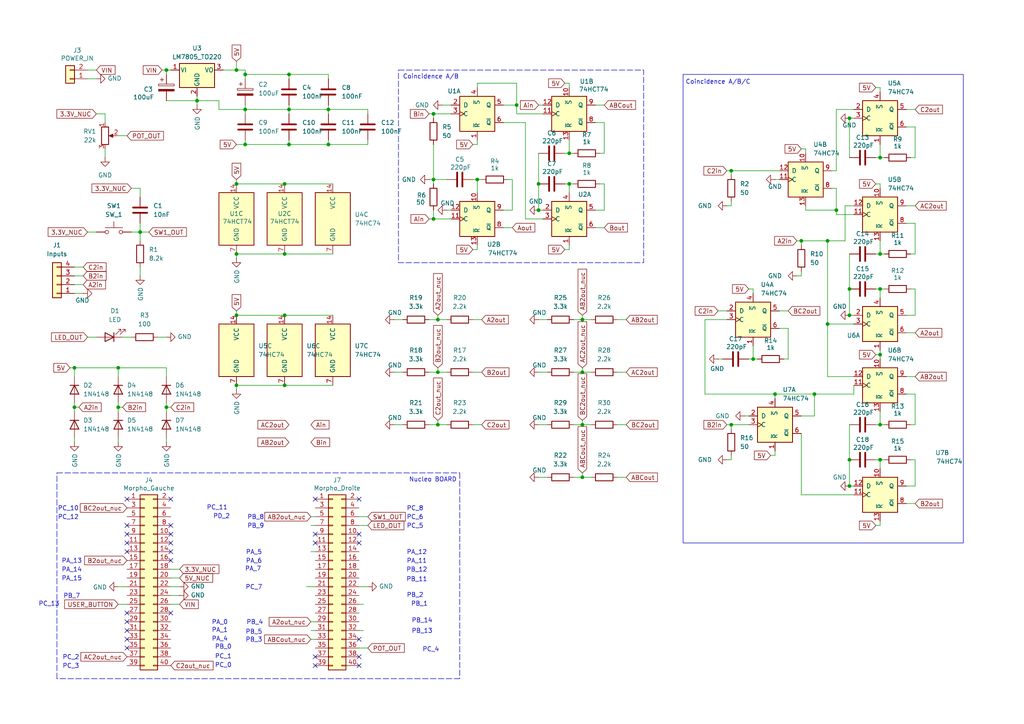
<source format=kicad_sch>
(kicad_sch (version 20231120) (generator "eeschema") (generator_version "8.0")
  (paper "A4")
  (junction (at 156.21 53.34))
  (junction (at 83.82 31.75))
  (junction (at 138.43 52.07))
  (junction (at 232.41 69.85))
  (junction (at 57.15 29.21))
  (junction (at 21.59 106.68))
  (junction (at 48.26 20.32))
  (junction (at 127 92.71))
  (junction (at 240.03 69.85))
  (junction (at 82.55 53.34))
  (junction (at 68.58 111.76))
  (junction (at 236.22 114.3))
  (junction (at 246.38 133.35))
  (junction (at 242.57 60.96))
  (junction (at 82.55 73.66))
  (junction (at 240.03 93.98))
  (junction (at 83.82 21.59))
  (junction (at 168.91 123.19))
  (junction (at 127 107.95))
  (junction (at 68.58 73.66))
  (junction (at 71.12 31.75))
  (junction (at 83.82 41.91))
  (junction (at 125.73 33.02))
  (junction (at 34.29 118.11))
  (junction (at 82.55 91.44))
  (junction (at 156.21 60.96))
  (junction (at 125.73 52.07))
  (junction (at 68.58 20.32))
  (junction (at 255.27 123.19))
  (junction (at 82.55 111.76))
  (junction (at 255.27 102.87))
  (junction (at 95.25 41.91))
  (junction (at 255.27 45.72))
  (junction (at 224.79 114.3))
  (junction (at 165.1 53.34))
  (junction (at 165.1 44.45))
  (junction (at 168.91 107.95))
  (junction (at 246.38 34.29))
  (junction (at 246.38 140.97))
  (junction (at 68.58 53.34))
  (junction (at 125.73 63.5))
  (junction (at 34.29 106.68))
  (junction (at 255.27 83.82))
  (junction (at 71.12 21.59))
  (junction (at 68.58 91.44))
  (junction (at 246.38 91.44))
  (junction (at 127 123.19))
  (junction (at 48.26 118.11))
  (junction (at 212.09 49.53))
  (junction (at 255.27 133.35))
  (junction (at 71.12 41.91))
  (junction (at 218.44 104.14))
  (junction (at 40.64 67.31))
  (junction (at 168.91 92.71))
  (junction (at 246.38 83.82))
  (junction (at 255.27 73.66))
  (junction (at 21.59 118.11))
  (junction (at 95.25 31.75))
  (junction (at 149.86 30.48))
  (junction (at 168.91 138.43))
  (junction (at 212.09 123.19))
  (no_connect (at 91.44 154.94))
  (no_connect (at 91.44 193.04))
  (no_connect (at 91.44 190.5))
  (no_connect (at 49.53 154.94))
  (no_connect (at 104.14 185.42))
  (no_connect (at 36.83 160.02))
  (no_connect (at 36.83 152.4))
  (no_connect (at 104.14 193.04))
  (no_connect (at 49.53 157.48))
  (no_connect (at 36.83 185.42))
  (no_connect (at 36.83 180.34))
  (no_connect (at 49.53 160.02))
  (no_connect (at 49.53 152.4))
  (no_connect (at 49.53 177.8))
  (no_connect (at 49.53 162.56))
  (no_connect (at 36.83 177.8))
  (no_connect (at 104.14 190.5))
  (no_connect (at 104.14 154.94))
  (no_connect (at 49.53 144.78))
  (no_connect (at 36.83 144.78))
  (no_connect (at 104.14 157.48))
  (no_connect (at 36.83 157.48))
  (no_connect (at 36.83 154.94))
  (no_connect (at 36.83 182.88))
  (no_connect (at 91.44 144.78))
  (no_connect (at 104.14 144.78))
  (no_connect (at 36.83 187.96))
  (no_connect (at 91.44 157.48))
  (wire (pts (xy 95.25 31.75) (xy 95.25 30.48)))
  (wire (pts (xy 82.55 91.44) (xy 96.52 91.44)))
  (wire (pts (xy 255.27 123.19) (xy 256.54 123.19)))
  (wire (pts (xy 127 107.95) (xy 129.54 107.95)))
  (wire (pts (xy 232.41 78.74) (xy 232.41 80.01)))
  (wire (pts (xy 247.65 114.3) (xy 247.65 111.76)))
  (wire (pts (xy 262.89 64.77) (xy 265.43 64.77)))
  (wire (pts (xy 68.58 41.91) (xy 71.12 41.91)))
  (wire (pts (xy 90.17 182.88) (xy 91.44 182.88)))
  (wire (pts (xy 246.38 34.29) (xy 247.65 34.29)))
  (wire (pts (xy 232.41 120.65) (xy 236.22 120.65)))
  (wire (pts (xy 163.83 44.45) (xy 165.1 44.45)))
  (wire (pts (xy 149.86 33.02) (xy 157.48 33.02)))
  (wire (pts (xy 212.09 123.19) (xy 217.17 123.19)))
  (wire (pts (xy 156.21 107.95) (xy 158.75 107.95)))
  (wire (pts (xy 52.07 167.64) (xy 49.53 167.64)))
  (wire (pts (xy 68.58 17.78) (xy 68.58 20.32)))
  (wire (pts (xy 223.52 132.08) (xy 224.79 132.08)))
  (wire (pts (xy 82.55 73.66) (xy 96.52 73.66)))
  (wire (pts (xy 48.26 118.11) (xy 48.26 119.38)))
  (wire (pts (xy 255.27 73.66) (xy 256.54 73.66)))
  (wire (pts (xy 264.16 133.35) (xy 265.43 133.35)))
  (wire (pts (xy 71.12 31.75) (xy 63.5 31.75)))
  (wire (pts (xy 210.82 59.69) (xy 212.09 59.69)))
  (wire (pts (xy 166.37 123.19) (xy 168.91 123.19)))
  (wire (pts (xy 168.91 138.43) (xy 171.45 138.43)))
  (wire (pts (xy 138.43 52.07) (xy 138.43 55.88)))
  (wire (pts (xy 215.9 120.65) (xy 217.17 120.65)))
  (wire (pts (xy 82.55 53.34) (xy 96.52 53.34)))
  (wire (pts (xy 262.89 146.05) (xy 265.43 146.05)))
  (wire (pts (xy 38.1 67.31) (xy 40.64 67.31)))
  (wire (pts (xy 68.58 91.44) (xy 82.55 91.44)))
  (wire (pts (xy 49.53 175.26) (xy 52.07 175.26)))
  (wire (pts (xy 204.47 114.3) (xy 204.47 92.71)))
  (wire (pts (xy 168.91 121.92) (xy 168.91 123.19)))
  (wire (pts (xy 129.54 60.96) (xy 130.81 60.96)))
  (wire (pts (xy 63.5 29.21) (xy 57.15 29.21)))
  (wire (pts (xy 247.65 109.22) (xy 240.03 109.22)))
  (wire (pts (xy 68.58 111.76) (xy 68.58 113.03)))
  (wire (pts (xy 114.3 123.19) (xy 116.84 123.19)))
  (wire (pts (xy 165.1 44.45) (xy 166.37 44.45)))
  (wire (pts (xy 125.73 53.34) (xy 125.73 52.07)))
  (wire (pts (xy 242.57 62.23) (xy 242.57 60.96)))
  (wire (pts (xy 204.47 92.71) (xy 210.82 92.71)))
  (wire (pts (xy 27.94 33.02) (xy 30.48 33.02)))
  (wire (pts (xy 226.06 90.17) (xy 228.6 90.17)))
  (wire (pts (xy 246.38 91.44) (xy 246.38 83.82)))
  (wire (pts (xy 34.29 118.11) (xy 34.29 119.38)))
  (wire (pts (xy 233.68 43.18) (xy 233.68 44.45)))
  (wire (pts (xy 125.73 41.91) (xy 125.73 52.07)))
  (wire (pts (xy 227.33 104.14) (xy 228.6 104.14)))
  (wire (pts (xy 25.4 67.31) (xy 27.94 67.31)))
  (wire (pts (xy 21.59 127) (xy 21.59 128.27)))
  (wire (pts (xy 63.5 31.75) (xy 63.5 29.21)))
  (wire (pts (xy 262.89 96.52) (xy 265.43 96.52)))
  (wire (pts (xy 146.05 60.96) (xy 148.59 60.96)))
  (wire (pts (xy 68.58 53.34) (xy 82.55 53.34)))
  (wire (pts (xy 173.99 44.45) (xy 175.26 44.45)))
  (wire (pts (xy 255.27 53.34) (xy 255.27 54.61)))
  (wire (pts (xy 254 25.4) (xy 255.27 25.4)))
  (wire (pts (xy 247.65 91.44) (xy 246.38 91.44)))
  (wire (pts (xy 83.82 31.75) (xy 83.82 30.48)))
  (wire (pts (xy 35.56 118.11) (xy 34.29 118.11)))
  (wire (pts (xy 172.72 30.48) (xy 175.26 30.48)))
  (wire (pts (xy 64.77 20.32) (xy 68.58 20.32)))
  (wire (pts (xy 212.09 49.53) (xy 212.09 50.8)))
  (wire (pts (xy 21.59 118.11) (xy 21.59 116.84)))
  (wire (pts (xy 127 106.68) (xy 127 107.95)))
  (wire (pts (xy 104.14 152.4) (xy 106.68 152.4)))
  (wire (pts (xy 49.53 172.72) (xy 52.07 172.72)))
  (wire (pts (xy 210.82 49.53) (xy 212.09 49.53)))
  (wire (pts (xy 236.22 114.3) (xy 236.22 120.65)))
  (wire (pts (xy 106.68 41.91) (xy 95.25 41.91)))
  (wire (pts (xy 152.4 35.56) (xy 152.4 63.5)))
  (wire (pts (xy 156.21 123.19) (xy 158.75 123.19)))
  (wire (pts (xy 90.17 160.02) (xy 91.44 160.02)))
  (wire (pts (xy 49.53 165.1) (xy 52.07 165.1)))
  (wire (pts (xy 218.44 83.82) (xy 218.44 85.09)))
  (wire (pts (xy 125.73 60.96) (xy 125.73 63.5)))
  (wire (pts (xy 156.21 60.96) (xy 157.48 60.96)))
  (wire (pts (xy 34.29 170.18) (xy 36.83 170.18)))
  (wire (pts (xy 254 102.87) (xy 255.27 102.87)))
  (wire (pts (xy 104.14 175.26) (xy 105.41 175.26)))
  (wire (pts (xy 104.14 170.18) (xy 106.68 170.18)))
  (wire (pts (xy 246.38 34.29) (xy 246.38 45.72)))
  (wire (pts (xy 264.16 123.19) (xy 265.43 123.19)))
  (wire (pts (xy 254 73.66) (xy 255.27 73.66)))
  (wire (pts (xy 254 45.72) (xy 255.27 45.72)))
  (wire (pts (xy 34.29 175.26) (xy 36.83 175.26)))
  (wire (pts (xy 212.09 49.53) (xy 226.06 49.53)))
  (wire (pts (xy 245.11 59.69) (xy 245.11 69.85)))
  (wire (pts (xy 38.1 54.61) (xy 40.64 54.61)))
  (wire (pts (xy 212.09 123.19) (xy 212.09 124.46)))
  (wire (pts (xy 127 123.19) (xy 129.54 123.19)))
  (wire (pts (xy 125.73 52.07) (xy 129.54 52.07)))
  (wire (pts (xy 125.73 63.5) (xy 130.81 63.5)))
  (wire (pts (xy 71.12 31.75) (xy 83.82 31.75)))
  (wire (pts (xy 68.58 73.66) (xy 82.55 73.66)))
  (wire (pts (xy 246.38 140.97) (xy 247.65 140.97)))
  (wire (pts (xy 165.1 72.39) (xy 165.1 71.12)))
  (wire (pts (xy 20.32 106.68) (xy 21.59 106.68)))
  (wire (pts (xy 137.16 41.91) (xy 138.43 41.91)))
  (wire (pts (xy 114.3 107.95) (xy 116.84 107.95)))
  (wire (pts (xy 232.41 69.85) (xy 232.41 71.12)))
  (wire (pts (xy 83.82 31.75) (xy 83.82 33.02)))
  (wire (pts (xy 90.17 185.42) (xy 91.44 185.42)))
  (wire (pts (xy 49.53 170.18) (xy 52.07 170.18)))
  (wire (pts (xy 82.55 111.76) (xy 96.52 111.76)))
  (wire (pts (xy 138.43 24.13) (xy 138.43 25.4)))
  (wire (pts (xy 254 123.19) (xy 255.27 123.19)))
  (wire (pts (xy 246.38 123.19) (xy 246.38 133.35)))
  (wire (pts (xy 25.4 97.79) (xy 27.94 97.79)))
  (wire (pts (xy 262.89 140.97) (xy 265.43 140.97)))
  (wire (pts (xy 179.07 92.71) (xy 181.61 92.71)))
  (wire (pts (xy 255.27 83.82) (xy 255.27 86.36)))
  (wire (pts (xy 21.59 118.11) (xy 21.59 119.38)))
  (wire (pts (xy 242.57 60.96) (xy 233.68 60.96)))
  (wire (pts (xy 166.37 92.71) (xy 168.91 92.71)))
  (wire (pts (xy 262.89 59.69) (xy 265.43 59.69)))
  (wire (pts (xy 138.43 72.39) (xy 138.43 71.12)))
  (wire (pts (xy 231.14 69.85) (xy 232.41 69.85)))
  (wire (pts (xy 127 121.92) (xy 127 123.19)))
  (wire (pts (xy 48.26 127) (xy 48.26 128.27)))
  (wire (pts (xy 255.27 45.72) (xy 256.54 45.72)))
  (wire (pts (xy 212.09 133.35) (xy 212.09 132.08)))
  (wire (pts (xy 104.14 182.88) (xy 105.41 182.88)))
  (wire (pts (xy 255.27 25.4) (xy 255.27 26.67)))
  (wire (pts (xy 228.6 95.25) (xy 228.6 104.14)))
  (wire (pts (xy 232.41 80.01) (xy 231.14 80.01)))
  (wire (pts (xy 124.46 123.19) (xy 127 123.19)))
  (wire (pts (xy 146.05 30.48) (xy 149.86 30.48)))
  (wire (pts (xy 255.27 133.35) (xy 255.27 135.89)))
  (wire (pts (xy 34.29 106.68) (xy 34.29 109.22)))
  (wire (pts (xy 246.38 133.35) (xy 246.38 140.97)))
  (wire (pts (xy 137.16 52.07) (xy 138.43 52.07)))
  (wire (pts (xy 137.16 107.95) (xy 139.7 107.95)))
  (wire (pts (xy 240.03 93.98) (xy 240.03 69.85)))
  (wire (pts (xy 233.68 60.96) (xy 233.68 59.69)))
  (wire (pts (xy 156.21 53.34) (xy 156.21 60.96)))
  (wire (pts (xy 127 92.71) (xy 129.54 92.71)))
  (wire (pts (xy 48.26 118.11) (xy 48.26 116.84)))
  (wire (pts (xy 165.1 24.13) (xy 165.1 25.4)))
  (wire (pts (xy 168.91 92.71) (xy 171.45 92.71)))
  (wire (pts (xy 149.86 30.48) (xy 149.86 33.02)))
  (wire (pts (xy 247.65 93.98) (xy 240.03 93.98)))
  (wire (pts (xy 262.89 36.83) (xy 265.43 36.83)))
  (wire (pts (xy 125.73 33.02) (xy 130.81 33.02)))
  (wire (pts (xy 166.37 138.43) (xy 168.91 138.43)))
  (wire (pts (xy 139.7 52.07) (xy 138.43 52.07)))
  (wire (pts (xy 95.25 41.91) (xy 83.82 41.91)))
  (wire (pts (xy 34.29 39.37) (xy 36.83 39.37)))
  (wire (pts (xy 218.44 100.33) (xy 218.44 104.14)))
  (wire (pts (xy 40.64 54.61) (xy 40.64 57.15)))
  (wire (pts (xy 210.82 133.35) (xy 212.09 133.35)))
  (wire (pts (xy 57.15 29.21) (xy 57.15 30.48)))
  (wire (pts (xy 245.11 69.85) (xy 240.03 69.85)))
  (wire (pts (xy 68.58 111.76) (xy 82.55 111.76)))
  (wire (pts (xy 90.17 180.34) (xy 91.44 180.34)))
  (wire (pts (xy 68.58 73.66) (xy 68.58 74.93)))
  (wire (pts (xy 30.48 43.18) (xy 30.48 45.72)))
  (wire (pts (xy 40.64 77.47) (xy 40.64 80.01)))
  (wire (pts (xy 95.25 21.59) (xy 83.82 21.59)))
  (wire (pts (xy 254 152.4) (xy 255.27 152.4)))
  (wire (pts (xy 212.09 59.69) (xy 212.09 58.42)))
  (wire (pts (xy 240.03 93.98) (xy 240.03 109.22)))
  (wire (pts (xy 172.72 66.04) (xy 175.26 66.04)))
  (wire (pts (xy 224.79 132.08) (xy 224.79 130.81)))
  (wire (pts (xy 262.89 91.44) (xy 265.43 91.44)))
  (wire (pts (xy 104.14 149.86) (xy 106.68 149.86)))
  (wire (pts (xy 137.16 72.39) (xy 138.43 72.39)))
  (wire (pts (xy 224.79 52.07) (xy 226.06 52.07)))
  (wire (pts (xy 125.73 33.02) (xy 125.73 34.29)))
  (wire (pts (xy 21.59 77.47) (xy 24.13 77.47)))
  (wire (pts (xy 125.73 52.07) (xy 124.46 52.07)))
  (polyline (pts (xy 16.51 137.16) (xy 133.35 137.16)) (stroke (width 0) (type dash)))
  (wire (pts (xy 95.25 22.86) (xy 95.25 21.59)))
  (wire (pts (xy 83.82 41.91) (xy 71.12 41.91)))
  (wire (pts (xy 242.57 31.75) (xy 247.65 31.75)))
  (wire (pts (xy 148.59 60.96) (xy 148.59 52.07)))
  (wire (pts (xy 71.12 21.59) (xy 71.12 22.86)))
  (wire (pts (xy 163.83 24.13) (xy 165.1 24.13)))
  (wire (pts (xy 95.25 31.75) (xy 95.25 33.02)))
  (wire (pts (xy 254 83.82) (xy 255.27 83.82)))
  (wire (pts (xy 68.58 90.17) (xy 68.58 91.44)))
  (wire (pts (xy 146.05 66.04) (xy 148.59 66.04)))
  (wire (pts (xy 173.99 53.34) (xy 175.26 53.34)))
  (wire (pts (xy 255.27 69.85) (xy 255.27 73.66)))
  (wire (pts (xy 21.59 82.55) (xy 24.13 82.55)))
  (wire (pts (xy 232.41 43.18) (xy 233.68 43.18)))
  (wire (pts (xy 49.53 118.11) (xy 48.26 118.11)))
  (wire (pts (xy 264.16 45.72) (xy 265.43 45.72)))
  (wire (pts (xy 40.64 67.31) (xy 40.64 64.77)))
  (wire (pts (xy 124.46 33.02) (xy 125.73 33.02)))
  (wire (pts (xy 265.43 91.44) (xy 265.43 83.82)))
  (wire (pts (xy 156.21 44.45) (xy 156.21 53.34)))
  (wire (pts (xy 106.68 40.64) (xy 106.68 41.91)))
  (wire (pts (xy 262.89 109.22) (xy 265.43 109.22)))
  (wire (pts (xy 127 91.44) (xy 127 92.71)))
  (wire (pts (xy 236.22 114.3) (xy 224.79 114.3)))
  (wire (pts (xy 217.17 83.82) (xy 218.44 83.82)))
  (wire (pts (xy 254 53.34) (xy 255.27 53.34)))
  (wire (pts (xy 48.26 106.68) (xy 48.26 109.22)))
  (wire (pts (xy 71.12 31.75) (xy 71.12 33.02)))
  (wire (pts (xy 48.26 29.21) (xy 57.15 29.21)))
  (wire (pts (xy 156.21 30.48) (xy 157.48 30.48)))
  (wire (pts (xy 106.68 31.75) (xy 95.25 31.75)))
  (wire (pts (xy 255.27 119.38) (xy 255.27 123.19)))
  (wire (pts (xy 34.29 127) (xy 34.29 128.27)))
  (wire (pts (xy 256.54 133.35) (xy 255.27 133.35)))
  (wire (pts (xy 210.82 123.19) (xy 212.09 123.19)))
  (wire (pts (xy 114.3 92.71) (xy 116.84 92.71)))
  (wire (pts (xy 175.26 35.56) (xy 172.72 35.56)))
  (wire (pts (xy 35.56 97.79) (xy 38.1 97.79)))
  (wire (pts (xy 217.17 104.14) (xy 218.44 104.14)))
  (wire (pts (xy 265.43 64.77) (xy 265.43 73.66)))
  (wire (pts (xy 175.26 44.45) (xy 175.26 35.56)))
  (wire (pts (xy 208.28 104.14) (xy 209.55 104.14)))
  (wire (pts (xy 241.3 54.61) (xy 242.57 54.61)))
  (wire (pts (xy 68.58 52.07) (xy 68.58 53.34)))
  (wire (pts (xy 124.46 107.95) (xy 127 107.95)))
  (wire (pts (xy 255.27 102.87) (xy 255.27 101.6)))
  (wire (pts (xy 236.22 114.3) (xy 247.65 114.3)))
  (wire (pts (xy 148.59 52.07) (xy 147.32 52.07)))
  (wire (pts (xy 226.06 95.25) (xy 228.6 95.25)))
  (wire (pts (xy 265.43 36.83) (xy 265.43 45.72)))
  (wire (pts (xy 265.43 114.3) (xy 265.43 123.19)))
  (wire (pts (xy 46.99 20.32) (xy 48.26 20.32)))
  (wire (pts (xy 21.59 106.68) (xy 21.59 109.22)))
  (wire (pts (xy 255.27 152.4) (xy 255.27 151.13)))
  (wire (pts (xy 34.29 106.68) (xy 48.26 106.68)))
  (wire (pts (xy 21.59 80.01) (xy 24.13 80.01)))
  (wire (pts (xy 264.16 73.66) (xy 265.43 73.66)))
  (wire (pts (xy 90.17 149.86) (xy 91.44 149.86)))
  (wire (pts (xy 165.1 40.64) (xy 165.1 44.45)))
  (wire (pts (xy 30.48 33.02) (xy 30.48 35.56)))
  (wire (pts (xy 218.44 104.14) (xy 219.71 104.14)))
  (wire (pts (xy 104.14 187.96) (xy 106.68 187.96)))
  (wire (pts (xy 88.9 170.18) (xy 91.44 170.18)))
  (wire (pts (xy 255.27 41.91) (xy 255.27 45.72)))
  (wire (pts (xy 247.65 143.51) (xy 232.41 143.51)))
  (wire (pts (xy 128.27 30.48) (xy 130.81 30.48)))
  (wire (pts (xy 264.16 83.82) (xy 265.43 83.82)))
  (wire (pts (xy 48.26 20.32) (xy 48.26 21.59)))
  (wire (pts (xy 179.07 123.19) (xy 181.61 123.19)))
  (wire (pts (xy 254 133.35) (xy 255.27 133.35)))
  (wire (pts (xy 246.38 73.66) (xy 246.38 83.82)))
  (wire (pts (xy 168.91 91.44) (xy 168.91 92.71)))
  (wire (pts (xy 156.21 92.71) (xy 158.75 92.71)))
  (wire (pts (xy 168.91 137.16) (xy 168.91 138.43)))
  (wire (pts (xy 152.4 35.56) (xy 146.05 35.56)))
  (wire (pts (xy 265.43 140.97) (xy 265.43 133.35)))
  (wire (pts (xy 71.12 40.64) (xy 71.12 41.91)))
  (wire (pts (xy 95.25 40.64) (xy 95.25 41.91)))
  (wire (pts (xy 71.12 21.59) (xy 83.82 21.59)))
  (wire (pts (xy 149.86 30.48) (xy 149.86 24.13)))
  (wire (pts (xy 90.17 152.4) (xy 91.44 152.4)))
  (wire (pts (xy 25.4 22.86) (xy 27.94 22.86)))
  (wire (pts (xy 124.46 92.71) (xy 127 92.71)))
  (wire (pts (xy 240.03 69.85) (xy 232.41 69.85)))
  (wire (pts (xy 242.57 49.53) (xy 242.57 31.75)))
  (wire (pts (xy 83.82 31.75) (xy 95.25 31.75)))
  (wire (pts (xy 166.37 107.95) (xy 168.91 107.95)))
  (wire (pts (xy 21.59 106.68) (xy 34.29 106.68)))
  (wire (pts (xy 34.29 118.11) (xy 34.29 116.84)))
  (wire (pts (xy 179.07 138.43) (xy 181.61 138.43)))
  (wire (pts (xy 71.12 20.32) (xy 71.12 21.59)))
  (polyline (pts (xy 16.51 196.85) (xy 16.51 137.16)) (stroke (width 0) (type dash)))
  (wire (pts (xy 175.26 53.34) (xy 175.26 60.96)))
  (wire (pts (xy 40.64 67.31) (xy 43.18 67.31)))
  (wire (pts (xy 157.48 63.5) (xy 152.4 63.5)))
  (polyline (pts (xy 133.35 137.16) (xy 133.35 196.85)) (stroke (width 0) (type dash)))
  (wire (pts (xy 247.65 59.69) (xy 245.11 59.69)))
  (wire (pts (xy 71.12 30.48) (xy 71.12 31.75)))
  (wire (pts (xy 163.83 53.34) (xy 165.1 53.34)))
  (wire (pts (xy 166.37 53.34) (xy 165.1 53.34)))
  (wire (pts (xy 149.86 24.13) (xy 138.43 24.13)))
  (wire (pts (xy 48.26 20.32) (xy 49.53 20.32)))
  (wire (pts (xy 156.21 138.43) (xy 158.75 138.43)))
  (wire (pts (xy 241.3 49.53) (xy 242.57 49.53)))
  (wire (pts (xy 138.43 41.91) (xy 138.43 40.64)))
  (wire (pts (xy 168.91 123.19) (xy 171.45 123.19)))
  (wire (pts (xy 256.54 83.82) (xy 255.27 83.82)))
  (wire (pts (xy 22.86 118.11) (xy 21.59 118.11)))
  (wire (pts (xy 83.82 22.86) (xy 83.82 21.59)))
  (wire (pts (xy 242.57 54.61) (xy 242.57 60.96)))
  (wire (pts (xy 168.91 107.95) (xy 171.45 107.95)))
  (wire (pts (xy 232.41 143.51) (xy 232.41 125.73)))
  (wire (pts (xy 124.46 63.5) (xy 125.73 63.5)))
  (wire (pts (xy 224.79 114.3) (xy 224.79 115.57)))
  (wire (pts (xy 45.72 97.79) (xy 48.26 97.79)))
  (wire (pts (xy 137.16 92.71) (xy 139.7 92.71)))
  (wire (pts (xy 262.89 114.3) (xy 265.43 114.3)))
  (wire (pts (xy 168.91 106.68) (xy 168.91 107.95)))
  (wire (pts (xy 208.28 90.17) (xy 210.82 90.17)))
  (polyline (pts (xy 133.35 196.85) (xy 16.51 196.85)) (stroke (width 0) (type dash)))
  (wire (pts (xy 137.16 123.19) (xy 139.7 123.19)))
  (wire (pts (xy 262.89 31.75) (xy 265.43 31.75)))
  (wire (pts (xy 165.1 53.34) (xy 165.1 55.88)))
  (wire (pts (xy 25.4 20.32) (xy 27.94 20.32)))
  (wire (pts (xy 175.26 60.96) (xy 172.72 60.96)))
  (wire (pts (xy 57.15 27.94) (xy 57.15 29.21)))
  (wire (pts (xy 224.79 114.3) (xy 204.47 114.3)))
  (wire (pts (xy 40.64 67.31) (xy 40.64 69.85)))
  (wire (pts (xy 83.82 40.64) (xy 83.82 41.91)))
  (wire (pts (xy 255.27 102.87) (xy 255.27 104.14)))
  (wire (pts (xy 242.57 62.23) (xy 247.65 62.23)))
  (wire (pts (xy 68.58 20.32) (xy 71.12 20.32)))
  (wire (pts (xy 106.68 33.02) (xy 106.68 31.75)))
  (wire (pts (xy 163.83 72.39) (xy 165.1 72.39)))
  (wire (pts (xy 21.59 85.09) (xy 24.13 85.09)))
  (wire (pts (xy 179.07 107.95) (xy 181.61 107.95)))
  (rectangle (start 115.57 20.32) (end 186.69 76.2) (stroke (width 0) (type dash)))
  (rectangle (start 198.12 21.59) (end 279.4 157.48))
  (text "PA_12" (at 120.904 160.274 0) (effects (font (size 1.27 1.27))))
  (text "PC_2" (at 20.574 190.754 0) (effects (font (size 1.27 1.27))))
  (text "PB_8" (at 74.168 150.114 0) (effects (font (size 1.27 1.27))))
  (text "PA_7" (at 73.406 165.1 0) (effects (font (size 1.27 1.27))))
  (text "PB_0" (at 64.77 187.706 0) (effects (font (size 1.27 1.27))))
  (text "PC_8" (at 120.396 147.574 0) (effects (font (size 1.27 1.27))))
  (text "PC_11" (at 62.992 147.32 0) (effects (font (size 1.27 1.27))))
  (text "PB_3\n\n" (at 73.66 186.69 0) (effects (font (size 1.27 1.27))))
  (text "PA_5" (at 73.66 160.274 0) (effects (font (size 1.27 1.27))))
  (text "PB_13" (at 122.428 183.134 0) (effects (font (size 1.27 1.27))))
  (text "PA_14" (at 20.828 165.354 0) (effects (font (size 1.27 1.27))))
  (text "Coincidence A/B" (at 124.968 22.352 0) (effects (font (size 1.27 1.27))))
  (text "PB_11" (at 120.904 168.148 0) (effects (font (size 1.27 1.27))))
  (text "Coincidence A/B/C" (at 208.28 23.876 0) (effects (font (size 1.27 1.27))))
  (text "PC_7" (at 73.66 170.434 0) (effects (font (size 1.27 1.27))))
  (text "PB_9" (at 74.168 152.654 0) (effects (font (size 1.27 1.27))))
  (text "PC_5" (at 120.396 152.654 0) (effects (font (size 1.27 1.27))))
  (text "PB_2" (at 120.396 172.72 0) (effects (font (size 1.27 1.27))))
  (text "PC_1" (at 64.77 190.5 0) (effects (font (size 1.27 1.27))))
  (text "PC_12" (at 19.812 150.114 0) (effects (font (size 1.27 1.27))))
  (text "PB_14" (at 122.428 180.086 0) (effects (font (size 1.27 1.27))))
  (text "PC_13" (at 14.224 175.26 0) (effects (font (size 1.27 1.27))))
  (text "PD_2" (at 64.262 149.86 0) (effects (font (size 1.27 1.27))))
  (text "PA_15" (at 20.828 167.894 0) (effects (font (size 1.27 1.27))))
  (text "PC_10" (at 19.812 147.574 0) (effects (font (size 1.27 1.27))))
  (text "PA_11" (at 120.904 162.814 0) (effects (font (size 1.27 1.27))))
  (text "PC_4" (at 124.968 188.468 0) (effects (font (size 1.27 1.27))))
  (text "PA_6" (at 73.66 162.814 0) (effects (font (size 1.27 1.27))))
  (text "PA_13" (at 20.828 162.814 0) (effects (font (size 1.27 1.27))))
  (text "PB_7" (at 20.828 172.974 0) (effects (font (size 1.27 1.27))))
  (text "PA_1" (at 63.754 182.88 0) (effects (font (size 1.27 1.27))))
  (text "Nucleo BOARD" (at 118.618 139.954 0) (effects (font (size 1.27 1.27)) (justify left bottom)))
  (text "PC_0" (at 64.77 193.04 0) (effects (font (size 1.27 1.27))))
  (text "PB_12" (at 120.904 165.354 0) (effects (font (size 1.27 1.27))))
  (text "PC_3" (at 20.574 193.294 0) (effects (font (size 1.27 1.27))))
  (text "PB_1\n" (at 121.666 175.26 0) (effects (font (size 1.27 1.27))))
  (text "PB_4" (at 73.914 180.594 0) (effects (font (size 1.27 1.27))))
  (text "PA_0" (at 63.754 180.594 0) (effects (font (size 1.27 1.27))))
  (text "PA_4" (at 63.754 185.42 0) (effects (font (size 1.27 1.27))))
  (text "PC_6" (at 120.396 150.114 0) (effects (font (size 1.27 1.27))))
  (text "PB_5\n\n" (at 73.66 184.404 0) (effects (font (size 1.27 1.27))))
  (global_label "A2in" (shape input) (at 24.13 82.55 0) (property "Intersheetrefs" "${INTERSHEET_REFS}" (effects (hide yes))))
  (global_label "USER_BUTTON" (shape input) (at 34.29 175.26 180) (property "Intersheetrefs" "${INTERSHEET_REFS}" (effects (hide yes))))
  (global_label "C2out_nuc" (shape input) (at 49.53 193.04 0) (property "Intersheetrefs" "${INTERSHEET_REFS}" (effects (hide yes))))
  (global_label "A2out" (shape input) (at 139.7 92.71 0) (property "Intersheetrefs" "${INTERSHEET_REFS}" (effects (hide yes))))
  (global_label "BC2out_nuc" (shape input) (at 36.83 147.32 180) (property "Intersheetrefs" "${INTERSHEET_REFS}" (effects (hide yes))))
  (global_label "5V" (shape input) (at 254 152.4 180) (property "Intersheetrefs" "${INTERSHEET_REFS}" (effects (hide yes))))
  (global_label "Bin" (shape input) (at 124.46 33.02 180) (property "Intersheetrefs" "${INTERSHEET_REFS}" (effects (hide yes))))
  (global_label "B2out_nuc" (shape input) (at 127 106.68 90) (property "Intersheetrefs" "${INTERSHEET_REFS}" (effects (hide yes))))
  (global_label "B2in" (shape input) (at 210.82 123.19 180) (property "Intersheetrefs" "${INTERSHEET_REFS}" (effects (hide yes))))
  (global_label "A2out" (shape input) (at 265.43 96.52 0) (property "Intersheetrefs" "${INTERSHEET_REFS}" (effects (hide yes))))
  (global_label "VIN" (shape input) (at 27.94 20.32 0) (property "Intersheetrefs" "${INTERSHEET_REFS}" (effects (hide yes))))
  (global_label "SW1_OUT" (shape input) (at 43.18 67.31 0) (property "Intersheetrefs" "${INTERSHEET_REFS}" (effects (hide yes))))
  (global_label "B2out" (shape input) (at 265.43 146.05 0) (property "Intersheetrefs" "${INTERSHEET_REFS}" (effects (hide yes))))
  (global_label "LED_OUT" (shape input) (at 25.4 97.79 180) (property "Intersheetrefs" "${INTERSHEET_REFS}" (effects (hide yes))))
  (global_label "C2in" (shape input) (at 24.13 77.47 0) (property "Intersheetrefs" "${INTERSHEET_REFS}" (effects (hide yes))))
  (global_label "Ain" (shape input) (at 124.46 63.5 180) (property "Intersheetrefs" "${INTERSHEET_REFS}" (effects (hide yes))))
  (global_label "AB2out" (shape input) (at 265.43 109.22 0) (property "Intersheetrefs" "${INTERSHEET_REFS}" (effects (hide yes))))
  (global_label "ABCout_nuc" (shape input) (at 90.17 185.42 180) (property "Intersheetrefs" "${INTERSHEET_REFS}" (effects (hide yes))))
  (global_label "3.3V_NUC" (shape input) (at 38.1 54.61 180) (property "Intersheetrefs" "${INTERSHEET_REFS}" (effects (hide yes))))
  (global_label "POT_OUT" (shape input) (at 36.83 39.37 0) (property "Intersheetrefs" "${INTERSHEET_REFS}" (effects (hide yes))))
  (global_label "3.3V_NUC" (shape input) (at 52.07 165.1 0) (property "Intersheetrefs" "${INTERSHEET_REFS}" (effects (hide yes))))
  (global_label "5V" (shape input) (at 254 102.87 180) (property "Intersheetrefs" "${INTERSHEET_REFS}" (effects (hide yes))))
  (global_label "Ain" (shape input) (at 90.17 123.19 0) (property "Intersheetrefs" "${INTERSHEET_REFS}" (effects (hide yes))))
  (global_label "5V" (shape input) (at 137.16 41.91 180) (property "Intersheetrefs" "${INTERSHEET_REFS}" (effects (hide yes))))
  (global_label "5V" (shape input) (at 232.41 43.18 180) (property "Intersheetrefs" "${INTERSHEET_REFS}" (effects (hide yes))))
  (global_label "C2out" (shape input) (at 265.43 31.75 0) (property "Intersheetrefs" "${INTERSHEET_REFS}" (effects (hide yes))))
  (global_label "C2out_nuc" (shape input) (at 127 121.92 90) (property "Intersheetrefs" "${INTERSHEET_REFS}" (effects (hide yes))))
  (global_label "Ain" (shape input) (at 156.21 30.48 180) (property "Intersheetrefs" "${INTERSHEET_REFS}" (effects (hide yes))))
  (global_label "ABCout_nuc" (shape input) (at 168.91 137.16 90) (property "Intersheetrefs" "${INTERSHEET_REFS}" (effects (hide yes))))
  (global_label "C2in" (shape input) (at 208.28 90.17 180) (property "Intersheetrefs" "${INTERSHEET_REFS}" (effects (hide yes))))
  (global_label "B2in" (shape input) (at 35.56 118.11 0) (property "Intersheetrefs" "${INTERSHEET_REFS}" (effects (hide yes))))
  (global_label "AB2out" (shape input) (at 83.82 128.27 180) (property "Intersheetrefs" "${INTERSHEET_REFS}" (effects (hide yes))))
  (global_label "VIN" (shape input) (at 46.99 20.32 180) (property "Intersheetrefs" "${INTERSHEET_REFS}" (effects (hide yes))))
  (global_label "AB2out_nuc" (shape input) (at 168.91 91.44 90) (property "Intersheetrefs" "${INTERSHEET_REFS}" (effects (hide yes))))
  (global_label "5V" (shape input) (at 68.58 52.07 90) (property "Intersheetrefs" "${INTERSHEET_REFS}" (effects (hide yes))))
  (global_label "A2out_nuc" (shape input) (at 127 91.44 90) (property "Intersheetrefs" "${INTERSHEET_REFS}" (effects (hide yes))))
  (global_label "A2in" (shape input) (at 231.14 69.85 180) (property "Intersheetrefs" "${INTERSHEET_REFS}" (effects (hide yes))))
  (global_label "5V" (shape input) (at 217.17 83.82 180) (property "Intersheetrefs" "${INTERSHEET_REFS}" (effects (hide yes))))
  (global_label "B2out" (shape input) (at 139.7 107.95 0) (property "Intersheetrefs" "${INTERSHEET_REFS}" (effects (hide yes))))
  (global_label "5V" (shape input) (at 68.58 90.17 90) (property "Intersheetrefs" "${INTERSHEET_REFS}" (effects (hide yes))))
  (global_label "ABCout" (shape input) (at 175.26 30.48 0) (property "Intersheetrefs" "${INTERSHEET_REFS}" (effects (hide yes))))
  (global_label "AB2out_nuc" (shape input) (at 90.17 149.86 180) (property "Intersheetrefs" "${INTERSHEET_REFS}" (effects (hide yes))))
  (global_label "5V_NUC" (shape input) (at 52.07 167.64 0) (property "Intersheetrefs" "${INTERSHEET_REFS}" (effects (hide yes))))
  (global_label "BC2out" (shape input) (at 228.6 90.17 0) (property "Intersheetrefs" "${INTERSHEET_REFS}" (effects (hide yes))))
  (global_label "C2in" (shape input) (at 210.82 49.53 180) (property "Intersheetrefs" "${INTERSHEET_REFS}" (effects (hide yes))))
  (global_label "5V" (shape input) (at 254 53.34 180) (property "Intersheetrefs" "${INTERSHEET_REFS}" (effects (hide yes))))
  (global_label "Bin" (shape input) (at 90.17 128.27 0) (property "Intersheetrefs" "${INTERSHEET_REFS}" (effects (hide yes))))
  (global_label "B2in" (shape input) (at 24.13 80.01 0) (property "Intersheetrefs" "${INTERSHEET_REFS}" (effects (hide yes))))
  (global_label "5V" (shape input) (at 163.83 24.13 180) (property "Intersheetrefs" "${INTERSHEET_REFS}" (effects (hide yes))))
  (global_label "Bout" (shape input) (at 175.26 66.04 0) (property "Intersheetrefs" "${INTERSHEET_REFS}" (effects (hide yes))))
  (global_label "5V" (shape input) (at 163.83 72.39 180) (property "Intersheetrefs" "${INTERSHEET_REFS}" (effects (hide yes))))
  (global_label "AC2out_nuc" (shape input) (at 168.91 106.68 90) (property "Intersheetrefs" "${INTERSHEET_REFS}" (effects (hide yes))))
  (global_label "3.3V_NUC" (shape input) (at 25.4 67.31 180) (property "Intersheetrefs" "${INTERSHEET_REFS}" (effects (hide yes))))
  (global_label "POT_OUT" (shape input) (at 106.68 187.96 0) (property "Intersheetrefs" "${INTERSHEET_REFS}" (effects (hide yes))))
  (global_label "AC2out" (shape input) (at 83.82 123.19 180) (property "Intersheetrefs" "${INTERSHEET_REFS}" (effects (hide yes))))
  (global_label "5V" (shape input) (at 137.16 72.39 180) (property "Intersheetrefs" "${INTERSHEET_REFS}" (effects (hide yes))))
  (global_label "BC2out" (shape input) (at 181.61 123.19 0) (property "Intersheetrefs" "${INTERSHEET_REFS}" (effects (hide yes))))
  (global_label "C2in" (shape input) (at 49.53 118.11 0) (property "Intersheetrefs" "${INTERSHEET_REFS}" (effects (hide yes))))
  (global_label "AB2out" (shape input) (at 181.61 92.71 0) (property "Intersheetrefs" "${INTERSHEET_REFS}" (effects (hide yes))))
  (global_label "LED_OUT" (shape input) (at 106.68 152.4 0) (property "Intersheetrefs" "${INTERSHEET_REFS}" (effects (hide yes))))
  (global_label "AC2out" (shape input) (at 265.43 59.69 0) (property "Intersheetrefs" "${INTERSHEET_REFS}" (effects (hide yes))))
  (global_label "Aout" (shape input) (at 148.59 66.04 0) (property "Intersheetrefs" "${INTERSHEET_REFS}" (effects (hide yes))))
  (global_label "5V" (shape input) (at 68.58 17.78 90) (property "Intersheetrefs" "${INTERSHEET_REFS}" (effects (hide yes))))
  (global_label "SW1_OUT" (shape input) (at 106.68 149.86 0) (property "Intersheetrefs" "${INTERSHEET_REFS}" (effects (hide yes))))
  (global_label "AC2out" (shape input) (at 181.61 107.95 0) (property "Intersheetrefs" "${INTERSHEET_REFS}" (effects (hide yes))))
  (global_label "5V" (shape input) (at 254 25.4 180) (property "Intersheetrefs" "${INTERSHEET_REFS}" (effects (hide yes))))
  (global_label "ABCout" (shape input) (at 181.61 138.43 0) (property "Intersheetrefs" "${INTERSHEET_REFS}" (effects (hide yes))))
  (global_label "5V" (shape input) (at 223.52 132.08 180) (property "Intersheetrefs" "${INTERSHEET_REFS}" (effects (hide yes))))
  (global_label "5V" (shape input) (at 20.32 106.68 180) (property "Intersheetrefs" "${INTERSHEET_REFS}" (effects (hide yes))))
  (global_label "3.3V_NUC" (shape input) (at 27.94 33.02 180) (property "Intersheetrefs" "${INTERSHEET_REFS}" (effects (hide yes))))
  (global_label "A2in" (shape input) (at 22.86 118.11 0) (property "Intersheetrefs" "${INTERSHEET_REFS}" (effects (hide yes))))
  (global_label "BC2out_nuc" (shape input) (at 168.91 121.92 90) (property "Intersheetrefs" "${INTERSHEET_REFS}" (effects (hide yes))))
  (global_label "B2out_nuc" (shape input) (at 36.83 162.56 180) (property "Intersheetrefs" "${INTERSHEET_REFS}" (effects (hide yes))))
  (global_label "A2out_nuc" (shape input) (at 90.17 180.34 180) (property "Intersheetrefs" "${INTERSHEET_REFS}" (effects (hide yes))))
  (global_label "5V" (shape input) (at 68.58 41.91 180) (property "Intersheetrefs" "${INTERSHEET_REFS}" (effects (hide yes))))
  (global_label "VIN" (shape input) (at 52.07 175.26 0) (property "Intersheetrefs" "${INTERSHEET_REFS}" (effects (hide yes))))
  (global_label "C2out" (shape input) (at 139.7 123.19 0) (property "Intersheetrefs" "${INTERSHEET_REFS}" (effects (hide yes))))
  (global_label "AC2out_nuc" (shape input) (at 36.83 190.5 180) (property "Intersheetrefs" "${INTERSHEET_REFS}" (effects (hide yes))))
  (symbol (lib_id "Connector_Generic:Conn_01x02") (at 20.32 22.86 180) (unit 1)
    (property "Reference" "J3" (at 22.4028 14.605 0))
    (property "Value" "POWER_IN" (at 22.4028 16.9164 0))
    (property "Footprint" "TerminalBlock_Phoenix:TerminalBlock_Phoenix_MKDS-3-2-5.08_1x02_P5.08mm_Horizontal" (effects (hide yes)))
  )
  (symbol (lib_id "power:GND") (at 27.94 22.86 90) (unit 1)
    (property "Reference" "#PWR08" (effects (hide yes)))
    (property "Value" "GND" (at 31.1912 22.733 90) (effects (justify right)))
  )
  (symbol (lib_id "Connector_Generic:Conn_02x20_Odd_Even") (at 41.91 167.64 0) (unit 1)
    (property "Reference" "J4" (at 43.18 139.2682 0))
    (property "Value" "Morpho_Gauche" (at 43.18 141.5796 0))
    (property "Footprint" "Connector_PinHeader_2.54mm:PinHeader_2x20_P2.54mm_Vertical" (effects (hide yes)))
  )
  (symbol (lib_id "Connector_Generic:Conn_02x20_Odd_Even") (at 96.52 167.64 0) (unit 1)
    (property "Reference" "J7" (at 97.79 139.2682 0))
    (property "Value" "Morpho_Droite" (at 97.79 141.5796 0))
    (property "Footprint" "Connector_PinHeader_2.54mm:PinHeader_2x20_P2.54mm_Vertical" (effects (hide yes)))
  )
  (symbol (lib_id "power:GND") (at 34.29 170.18 270) (unit 1)
    (property "Reference" "#PWR09" (effects (hide yes)))
    (property "Value" "GND" (at 31.0388 170.307 90) (effects (justify right)))
  )
  (symbol (lib_id "power:GND") (at 52.07 170.18 90) (unit 1)
    (property "Reference" "#PWR011" (effects (hide yes)))
    (property "Value" "GND" (at 55.3212 170.053 90) (effects (justify right)))
  )
  (symbol (lib_id "power:GND") (at 52.07 172.72 90) (unit 1)
    (property "Reference" "#PWR012" (effects (hide yes)))
    (property "Value" "GND" (at 55.3212 172.593 90) (effects (justify right)))
  )
  (symbol (lib_id "power:GND") (at 106.68 170.18 90) (unit 1)
    (property "Reference" "#PWR014" (effects (hide yes)))
    (property "Value" "GND" (at 109.9312 170.053 90) (effects (justify right)))
  )
  (symbol (lib_id "Device:R") (at 162.56 138.43 90) (unit 1)
    (property "Reference" "R22" (at 162.56 132.08 90))
    (property "Value" "3.3k" (at 162.56 134.62 90))
    (property "Footprint" "Resistor_THT:R_Axial_DIN0207_L6.3mm_D2.5mm_P10.16mm_Horizontal" (effects (hide yes)))
    (property "Description" "Resistor" (effects (hide yes)))
  )
  (symbol (lib_id "Device:R") (at 170.18 53.34 90) (unit 1)
    (property "Reference" "R8" (at 170.18 48.006 90))
    (property "Value" "1k" (at 170.18 50.038 90))
    (property "Footprint" "Resistor_THT:R_Axial_DIN0207_L6.3mm_D2.5mm_P10.16mm_Horizontal" (effects (hide yes)))
    (property "Description" "Resistor" (effects (hide yes)))
  )
  (symbol (lib_id "Device:C_Polarized") (at 48.26 25.4 0) (unit 1)
    (property "Reference" "C3" (at 41.656 25.908 0) (effects (justify left)))
    (property "Value" "100uF" (at 38.608 28.194 0) (effects (justify left)))
    (property "Footprint" "Capacitor_THT:CP_Radial_D6.3mm_P2.50mm" (effects (hide yes)))
    (property "Description" "Polarized capacitor" (effects (hide yes)))
  )
  (symbol (lib_id "power:GND") (at 24.13 85.09 90) (unit 1)
    (property "Reference" "#PWR026" (effects (hide yes)))
    (property "Value" "GND" (at 21.844 87.122 90) (effects (justify right)))
    (property "Description" "Power symbol creates a global label with name \"GND\" , ground" (effects (hide yes)))
  )
  (symbol (lib_id "74xx:74HC74") (at 96.52 63.5 0) (unit 3)
    (property "Reference" "U4" (at 102.87 62.2299 0) (effects (justify left)))
    (property "Value" "74HC74" (at 102.87 64.7699 0) (effects (justify left)))
    (property "Footprint" "Package_SO:SO-14_3.9x8.65mm_P1.27mm" (effects (hide yes)))
    (property "Datasheet" "74xx/74hc_hct74.pdf" (effects (hide yes)))
    (property "Description" "Dual D Flip-flop, Set & Reset" (effects (hide yes)))
  )
  (symbol (lib_id "power:GND") (at 156.21 123.19 270) (unit 1)
    (property "Reference" "#PWR032" (effects (hide yes)))
    (property "Value" "GND" (at 158.496 121.158 90) (effects (justify right)))
    (property "Description" "Power symbol creates a global label with name \"GND\" , ground" (effects (hide yes)))
  )
  (symbol (lib_id "Device:R") (at 223.52 104.14 90) (unit 1)
    (property "Reference" "R14" (at 223.52 98.806 90))
    (property "Value" "1k" (at 223.52 100.838 90))
    (property "Footprint" "Resistor_THT:R_Axial_DIN0207_L6.3mm_D2.5mm_P10.16mm_Horizontal" (effects (hide yes)))
    (property "Description" "Resistor" (effects (hide yes)))
  )
  (symbol (lib_id "74xx:74HC74") (at 68.58 101.6 0) (unit 3)
    (property "Reference" "U5" (at 74.93 100.3299 0) (effects (justify left)))
    (property "Value" "74HC74" (at 74.93 102.8699 0) (effects (justify left)))
    (property "Footprint" "Package_SO:SO-14_3.9x8.65mm_P1.27mm" (effects (hide yes)))
    (property "Datasheet" "74xx/74hc_hct74.pdf" (effects (hide yes)))
    (property "Description" "Dual D Flip-flop, Set & Reset" (effects (hide yes)))
  )
  (symbol (lib_id "Device:R") (at 175.26 92.71 90) (unit 1)
    (property "Reference" "R26" (at 175.26 86.36 90))
    (property "Value" "2.2k" (at 175.26 88.9 90))
    (property "Footprint" "Resistor_THT:R_Axial_DIN0207_L6.3mm_D2.5mm_P10.16mm_Horizontal" (effects (hide yes)))
    (property "Description" "Resistor" (effects (hide yes)))
  )
  (symbol (lib_id "Device:R") (at 143.51 52.07 90) (unit 1)
    (property "Reference" "R4" (at 143.51 46.736 90))
    (property "Value" "1k" (at 143.51 48.768 90))
    (property "Footprint" "Resistor_THT:R_Axial_DIN0207_L6.3mm_D2.5mm_P10.16mm_Horizontal" (effects (hide yes)))
    (property "Description" "Resistor" (effects (hide yes)))
  )
  (symbol (lib_id "power:GND") (at 57.15 30.48 0) (unit 1)
    (property "Reference" "#PWR010" (effects (hide yes)))
    (property "Value" "GND" (at 57.277 33.7312 90) (effects (justify right)))
  )
  (symbol (lib_id "power:GND") (at 114.3 92.71 270) (unit 1)
    (property "Reference" "#PWR027" (effects (hide yes)))
    (property "Value" "GND" (at 116.586 90.678 90) (effects (justify right)))
    (property "Description" "Power symbol creates a global label with name \"GND\" , ground" (effects (hide yes)))
  )
  (symbol (lib_id "power:GND") (at 114.3 107.95 270) (unit 1)
    (property "Reference" "#PWR024" (effects (hide yes)))
    (property "Value" "GND" (at 116.586 105.918 90) (effects (justify right)))
    (property "Description" "Power symbol creates a global label with name \"GND\" , ground" (effects (hide yes)))
  )
  (symbol (lib_id "Diode:1N4148") (at 21.59 113.03 270) (unit 1)
    (property "Reference" "D2" (at 24.13 111.7599 90) (effects (justify left)))
    (property "Value" "1N4148" (at 24.13 114.2999 90) (effects (justify left)))
    (property "Footprint" "Diode_THT:D_DO-35_SOD27_P7.62mm_Horizontal" (effects (hide yes)))
    (property "Datasheet" "https://assets.nexperia.com/documents/data-sheet/1N4148_1N4448.pdf" (effects (hide yes)))
    (property "Description" "100V 0.15A standard switching diode, DO-35" (effects (hide yes)))
    (property "Sim.Device" "D" (effects (hide yes)))
    (property "Sim.Pins" "1=K 2=A" (effects (hide yes)))
  )
  (symbol (lib_id "power:GND") (at 246.38 140.97 270) (unit 1)
    (property "Reference" "#PWR021" (effects (hide yes)))
    (property "Value" "GND" (at 245.618 138.43 90) (effects (justify right)))
    (property "Description" "Power symbol creates a global label with name \"GND\" , ground" (effects (hide yes)))
  )
  (symbol (lib_id "power:GND") (at 129.54 60.96 270) (unit 1)
    (property "Reference" "#PWR06" (effects (hide yes)))
    (property "Value" "GND" (at 131.826 58.928 90) (effects (justify right)))
    (property "Description" "Power symbol creates a global label with name \"GND\" , ground" (effects (hide yes)))
  )
  (symbol (lib_id "Device:R") (at 133.35 107.95 90) (unit 1)
    (property "Reference" "R17" (at 133.35 101.6 90))
    (property "Value" "2.2k" (at 133.35 104.14 90))
    (property "Footprint" "Resistor_THT:R_Axial_DIN0207_L6.3mm_D2.5mm_P10.16mm_Horizontal" (effects (hide yes)))
    (property "Description" "Resistor" (effects (hide yes)))
  )
  (symbol (lib_id "power:GND") (at 128.27 30.48 270) (unit 1)
    (property "Reference" "#PWR02" (effects (hide yes)))
    (property "Value" "GND" (at 124.46 30.4799 90) (effects (justify right)))
    (property "Description" "Power symbol creates a global label with name \"GND\" , ground" (effects (hide yes)))
  )
  (symbol (lib_id "Device:R") (at 162.56 123.19 90) (unit 1)
    (property "Reference" "R29" (at 162.56 116.84 90))
    (property "Value" "3.3k" (at 162.56 119.38 90))
    (property "Footprint" "Resistor_THT:R_Axial_DIN0207_L6.3mm_D2.5mm_P10.16mm_Horizontal" (effects (hide yes)))
    (property "Description" "Resistor" (effects (hide yes)))
  )
  (symbol (lib_id "74xx:74HC74") (at 255.27 111.76 0) (unit 2)
    (property "Reference" "U6" (at 257.4641 101.6 0) (effects (justify left)))
    (property "Value" "74HC74" (at 257.4641 104.14 0) (effects (justify left)))
    (property "Footprint" "Package_SO:SO-14_3.9x8.65mm_P1.27mm" (effects (hide yes)))
    (property "Datasheet" "74xx/74hc_hct74.pdf" (effects (hide yes)))
    (property "Description" "Dual D Flip-flop, Set & Reset" (effects (hide yes)))
  )
  (symbol (lib_id "Device:R") (at 175.26 123.19 90) (unit 1)
    (property "Reference" "R30" (at 175.26 116.84 90))
    (property "Value" "2.2k" (at 175.26 119.38 90))
    (property "Footprint" "Resistor_THT:R_Axial_DIN0207_L6.3mm_D2.5mm_P10.16mm_Horizontal" (effects (hide yes)))
    (property "Description" "Resistor" (effects (hide yes)))
  )
  (symbol (lib_id "Device:C_Polarized") (at 71.12 26.67 0) (unit 1)
    (property "Reference" "C2" (at 74.93 24.5109 0) (effects (justify left)))
    (property "Value" "100uF" (at 74.93 27.0509 0) (effects (justify left)))
    (property "Footprint" "Capacitor_THT:CP_Radial_D6.3mm_P2.50mm" (effects (hide yes)))
    (property "Description" "Polarized capacitor" (effects (hide yes)))
  )
  (symbol (lib_id "Diode:1N4148") (at 34.29 113.03 270) (unit 1)
    (property "Reference" "D4" (at 36.83 111.7599 90) (effects (justify left)))
    (property "Value" "1N4148" (at 36.83 114.2999 90) (effects (justify left)))
    (property "Footprint" "Diode_THT:D_DO-35_SOD27_P7.62mm_Horizontal" (effects (hide yes)))
    (property "Datasheet" "https://assets.nexperia.com/documents/data-sheet/1N4148_1N4448.pdf" (effects (hide yes)))
    (property "Description" "100V 0.15A standard switching diode, DO-35" (effects (hide yes)))
    (property "Sim.Device" "D" (effects (hide yes)))
    (property "Sim.Pins" "1=K 2=A" (effects (hide yes)))
  )
  (symbol (lib_id "Device:R") (at 120.65 92.71 90) (unit 1)
    (property "Reference" "R19" (at 120.65 86.36 90))
    (property "Value" "3.3k" (at 120.65 88.9 90))
    (property "Footprint" "Resistor_THT:R_Axial_DIN0207_L6.3mm_D2.5mm_P10.16mm_Horizontal" (effects (hide yes)))
    (property "Description" "Resistor" (effects (hide yes)))
  )
  (symbol (lib_id "Diode:1N4148") (at 48.26 123.19 270) (unit 1)
    (property "Reference" "D7" (at 50.8 121.9199 90) (effects (justify left)))
    (property "Value" "1N4148" (at 50.8 124.4599 90) (effects (justify left)))
    (property "Footprint" "Diode_THT:D_DO-35_SOD27_P7.62mm_Horizontal" (effects (hide yes)))
    (property "Datasheet" "https://assets.nexperia.com/documents/data-sheet/1N4148_1N4448.pdf" (effects (hide yes)))
    (property "Description" "100V 0.15A standard switching diode, DO-35" (effects (hide yes)))
    (property "Sim.Device" "D" (effects (hide yes)))
    (property "Sim.Pins" "1=K 2=A" (effects (hide yes)))
  )
  (symbol (lib_id "Device:C") (at 250.19 123.19 90) (unit 1)
    (property "Reference" "C16" (at 250.19 117.348 90))
    (property "Value" "220pF" (at 250.444 119.634 90))
    (property "Footprint" "Capacitor_THT:C_Rect_L4.6mm_W2.0mm_P2.50mm_MKS02_FKP02" (effects (hide yes)))
    (property "Description" "Unpolarized capacitor" (effects (hide yes)))
  )
  (symbol (lib_id "74xx:74HC74") (at 138.43 33.02 0) (unit 1)
    (property "Reference" "U1" (at 129.794 26.416 0) (effects (justify left)))
    (property "Value" "74HCT74" (effects (hide yes)))
    (property "Footprint" "Package_SO:SO-14_3.9x8.65mm_P1.27mm" (effects (hide yes)))
    (property "Datasheet" "74xx/74hc_hct74.pdf" (effects (hide yes)))
    (property "Description" "Dual D Flip-flop, Set & Reset" (effects (hide yes)))
  )
  (symbol (lib_id "Device:R") (at 175.26 138.43 90) (unit 1)
    (property "Reference" "R24" (at 175.26 132.08 90))
    (property "Value" "2.2k" (at 175.26 134.62 90))
    (property "Footprint" "Resistor_THT:R_Axial_DIN0207_L6.3mm_D2.5mm_P10.16mm_Horizontal" (effects (hide yes)))
    (property "Description" "Resistor" (effects (hide yes)))
  )
  (symbol (lib_id "Connector_Generic:Conn_01x04") (at 16.51 82.55 180) (unit 1)
    (property "Reference" "J1" (at 16.51 71.12 0))
    (property "Value" "Inputs" (at 16.51 73.66 0))
    (property "Footprint" "Connector_PinHeader_2.54mm:PinHeader_1x04_P2.54mm_Vertical" (effects (hide yes)))
    (property "Description" "Generic connector, single row, 01x04, script generated (kicad-library-utils/schlib/autogen/connector/)" (effects (hide yes)))
  )
  (symbol (lib_id "Device:R") (at 170.18 44.45 90) (unit 1)
    (property "Reference" "R7" (at 170.18 39.116 90))
    (property "Value" "1k" (at 170.18 41.148 90))
    (property "Footprint" "Resistor_THT:R_Axial_DIN0207_L6.3mm_D2.5mm_P10.16mm_Horizontal" (effects (hide yes)))
    (property "Description" "Resistor" (effects (hide yes)))
  )
  (symbol (lib_id "Device:C") (at 83.82 26.67 0) (unit 1)
    (property "Reference" "C4" (at 87.63 25.3999 0) (effects (justify left)))
    (property "Value" "100nF" (at 87.63 27.9399 0) (effects (justify left)))
    (property "Footprint" "Capacitor_THT:C_Rect_L7.0mm_W2.5mm_P5.00mm" (effects (hide yes)))
    (property "Description" "Unpolarized capacitor" (effects (hide yes)))
  )
  (symbol (lib_id "74xx:74HC74") (at 138.43 63.5 0) (unit 2)
    (property "Reference" "U2" (at 141.224 70.866 0) (effects (justify left)))
    (property "Value" "74HCT74" (at 141.478 73.406 0) (effects (justify left)))
    (property "Footprint" "Package_SO:SO-14_3.9x8.65mm_P1.27mm" (effects (hide yes)))
    (property "Datasheet" "74xx/74hc_hct74.pdf" (effects (hide yes)))
    (property "Description" "Dual D Flip-flop, Set & Reset" (effects (hide yes)))
  )
  (symbol (lib_id "74xx:74HC74") (at 165.1 33.02 0) (unit 2)
    (property "Reference" "U1" (at 168.148 23.622 0) (effects (justify left)))
    (property "Value" "74HCT74" (at 167.894 25.908 0) (effects (justify left)))
    (property "Footprint" "Package_SO:SO-14_3.9x8.65mm_P1.27mm" (effects (hide yes)))
    (property "Datasheet" "74xx/74hc_hct74.pdf" (effects (hide yes)))
    (property "Description" "Dual D Flip-flop, Set & Reset" (effects (hide yes)))
  )
  (symbol (lib_id "74xx:74HC74") (at 68.58 63.5 0) (unit 3)
    (property "Reference" "U1" (at 66.548 61.976 0) (effects (justify left)))
    (property "Value" "74HCT74" (at 64.516 64.262 0) (effects (justify left)))
    (property "Footprint" "Package_SO:SO-14_3.9x8.65mm_P1.27mm" (effects (hide yes)))
    (property "Datasheet" "74xx/74hc_hct74.pdf" (effects (hide yes)))
    (property "Description" "Dual D Flip-flop, Set & Reset" (effects (hide yes)))
  )
  (symbol (lib_id "Device:C") (at 83.82 36.83 0) (unit 1)
    (property "Reference" "C10" (at 87.63 35.5599 0) (effects (justify left)))
    (property "Value" "100nF" (at 87.63 38.0999 0) (effects (justify left)))
    (property "Footprint" "Capacitor_THT:C_Rect_L7.0mm_W2.5mm_P5.00mm" (effects (hide yes)))
    (property "Description" "Unpolarized capacitor" (effects (hide yes)))
  )
  (symbol (lib_id "74xx:74HC74") (at 255.27 62.23 0) (unit 2)
    (property "Reference" "U5" (at 257.4641 52.07 0) (effects (justify left)))
    (property "Value" "74HC74" (at 257.4641 54.61 0) (effects (justify left)))
    (property "Footprint" "Package_SO:SO-14_3.9x8.65mm_P1.27mm" (effects (hide yes)))
    (property "Datasheet" "74xx/74hc_hct74.pdf" (effects (hide yes)))
    (property "Description" "Dual D Flip-flop, Set & Reset" (effects (hide yes)))
  )
  (symbol (lib_id "power:GND") (at 208.28 104.14 270) (unit 1)
    (property "Reference" "#PWR020" (effects (hide yes)))
    (property "Value" "GND" (at 210.058 106.934 90) (effects (justify right)))
    (property "Description" "Power symbol creates a global label with name \"GND\" , ground" (effects (hide yes)))
  )
  (symbol (lib_id "Device:R") (at 232.41 74.93 0) (unit 1)
    (property "Reference" "R10" (at 234.95 73.6599 0) (effects (justify left)))
    (property "Value" "50" (at 234.95 76.1999 0) (effects (justify left)))
    (property "Footprint" "Resistor_THT:R_Axial_DIN0207_L6.3mm_D2.5mm_P10.16mm_Horizontal" (effects (hide yes)))
    (property "Description" "Resistor" (effects (hide yes)))
  )
  (symbol (lib_id "power:GND") (at 40.64 80.01 0) (unit 1)
    (property "Reference" "#PWR03" (effects (hide yes)))
    (property "Value" "GND" (at 40.767 83.2612 90) (effects (justify right)))
  )
  (symbol (lib_id "power:GND") (at 48.26 128.27 0) (unit 1)
    (property "Reference" "#PWR035" (effects (hide yes)))
    (property "Value" "GND" (at 48.387 131.5212 90) (effects (justify right)))
  )
  (symbol (lib_id "74xx:74HC74") (at 82.55 63.5 0) (unit 3)
    (property "Reference" "U2" (at 80.518 61.976 0) (effects (justify left)))
    (property "Value" "74HCT74" (at 78.232 64.262 0) (effects (justify left)))
    (property "Footprint" "Package_SO:SO-14_3.9x8.65mm_P1.27mm" (effects (hide yes)))
    (property "Datasheet" "74xx/74hc_hct74.pdf" (effects (hide yes)))
    (property "Description" "Dual D Flip-flop, Set & Reset" (effects (hide yes)))
  )
  (symbol (lib_id "74xx:74HC74") (at 224.79 123.19 0) (unit 1)
    (property "Reference" "U7" (at 226.9841 113.03 0) (effects (justify left)))
    (property "Value" "74HC74" (at 226.9841 115.57 0) (effects (justify left)))
    (property "Footprint" "Package_SO:SO-14_3.9x8.65mm_P1.27mm" (effects (hide yes)))
    (property "Datasheet" "74xx/74hc_hct74.pdf" (effects (hide yes)))
    (property "Description" "Dual D Flip-flop, Set & Reset" (effects (hide yes)))
  )
  (symbol (lib_id "74xx:74HC74") (at 255.27 93.98 0) (unit 1)
    (property "Reference" "U6" (at 245.618 97.282 0) (effects (justify left)))
    (property "Value" "74HC74" (effects (hide yes)))
    (property "Footprint" "Package_SO:SO-14_3.9x8.65mm_P1.27mm" (effects (hide yes)))
    (property "Datasheet" "74xx/74hc_hct74.pdf" (effects (hide yes)))
    (property "Description" "Dual D Flip-flop, Set & Reset" (effects (hide yes)))
  )
  (symbol (lib_id "Device:C") (at 160.02 53.34 90) (unit 1)
    (property "Reference" "C7" (at 160.02 47.498 90))
    (property "Value" "220pF" (at 160.274 49.784 90))
    (property "Footprint" "Capacitor_THT:C_Rect_L4.6mm_W2.0mm_P2.50mm_MKS02_FKP02" (effects (hide yes)))
    (property "Description" "Unpolarized capacitor" (effects (hide yes)))
  )
  (symbol (lib_id "Device:C") (at 250.19 133.35 90) (unit 1)
    (property "Reference" "C18" (at 250.19 127.508 90))
    (property "Value" "220pF" (at 250.444 129.794 90))
    (property "Footprint" "Capacitor_THT:C_Rect_L4.6mm_W2.0mm_P2.50mm_MKS02_FKP02" (effects (hide yes)))
    (property "Description" "Unpolarized capacitor" (effects (hide yes)))
  )
  (symbol (lib_id "Device:R_Potentiometer") (at 30.48 39.37 0) (unit 1)
    (property "Reference" "RV1" (at 27.94 38.0999 0) (effects (justify right)))
    (property "Value" "22k" (at 27.94 40.6399 0) (effects (justify right)))
    (property "Footprint" "Potentiometer_THT:Potentiometer_Bourns_3386P_Vertical" (effects (hide yes)))
    (property "Description" "Potentiometer" (effects (hide yes)))
  )
  (symbol (lib_id "power:GND") (at 68.58 113.03 0) (unit 1)
    (property "Reference" "#PWR013" (effects (hide yes)))
    (property "Value" "GND" (at 68.707 116.2812 90) (effects (justify right)))
  )
  (symbol (lib_id "Device:C") (at 106.68 36.83 0) (unit 1)
    (property "Reference" "C12" (at 110.49 35.5599 0) (effects (justify left)))
    (property "Value" "100nF" (at 110.49 38.0999 0) (effects (justify left)))
    (property "Footprint" "Capacitor_THT:C_Rect_L7.0mm_W2.5mm_P5.00mm" (effects (hide yes)))
    (property "Description" "Unpolarized capacitor" (effects (hide yes)))
  )
  (symbol (lib_id "74xx:74HC74") (at 165.1 63.5 0) (unit 1)
    (property "Reference" "U2" (at 167.64 56.388 0) (effects (justify left)))
    (property "Value" "74HCT74" (effects (hide yes)))
    (property "Footprint" "Package_SO:SO-14_3.9x8.65mm_P1.27mm" (effects (hide yes)))
    (property "Datasheet" "74xx/74hc_hct74.pdf" (effects (hide yes)))
    (property "Description" "Dual D Flip-flop, Set & Reset" (effects (hide yes)))
  )
  (symbol (lib_id "74xx:74HC74") (at 82.55 101.6 0) (unit 3)
    (property "Reference" "U6" (at 88.9 100.3299 0) (effects (justify left)))
    (property "Value" "74HC74" (at 88.9 102.8699 0) (effects (justify left)))
    (property "Footprint" "Package_SO:SO-14_3.9x8.65mm_P1.27mm" (effects (hide yes)))
    (property "Datasheet" "74xx/74hc_hct74.pdf" (effects (hide yes)))
    (property "Description" "Dual D Flip-flop, Set & Reset" (effects (hide yes)))
  )
  (symbol (lib_id "power:GND") (at 124.46 52.07 270) (unit 1)
    (property "Reference" "#PWR04" (effects (hide yes)))
    (property "Value" "GND" (at 120.65 52.0699 90) (effects (justify right)))
    (property "Description" "Power symbol creates a global label with name \"GND\" , ground" (effects (hide yes)))
  )
  (symbol (lib_id "Device:R") (at 162.56 92.71 90) (unit 1)
    (property "Reference" "R25" (at 162.56 86.36 90))
    (property "Value" "3.3k" (at 162.56 88.9 90))
    (property "Footprint" "Resistor_THT:R_Axial_DIN0207_L6.3mm_D2.5mm_P10.16mm_Horizontal" (effects (hide yes)))
    (property "Description" "Resistor" (effects (hide yes)))
  )
  (symbol (lib_id "Device:R") (at 125.73 38.1 0) (unit 1)
    (property "Reference" "R5" (at 128.27 36.8299 0) (effects (justify left)))
    (property "Value" "50" (at 128.27 39.3699 0) (effects (justify left)))
    (property "Footprint" "Resistor_THT:R_Axial_DIN0207_L6.3mm_D2.5mm_P10.16mm_Horizontal" (effects (hide yes)))
    (property "Description" "Resistor" (effects (hide yes)))
  )
  (symbol (lib_id "Device:C") (at 250.19 45.72 90) (unit 1)
    (property "Reference" "C13" (at 250.19 39.878 90))
    (property "Value" "220pF" (at 250.444 42.164 90))
    (property "Footprint" "Capacitor_THT:C_Rect_L4.6mm_W2.0mm_P2.50mm_MKS02_FKP02" (effects (hide yes)))
    (property "Description" "Unpolarized capacitor" (effects (hide yes)))
  )
  (symbol (lib_id "Device:C") (at 40.64 60.96 0) (unit 1)
    (property "Reference" "C1" (at 44.45 59.6899 0) (effects (justify left)))
    (property "Value" "10nF" (at 44.45 62.2299 0) (effects (justify left)))
    (property "Footprint" "Capacitor_THT:C_Rect_L7.0mm_W2.5mm_P5.00mm" (effects (hide yes)))
    (property "Description" "Unpolarized capacitor" (effects (hide yes)))
  )
  (symbol (lib_id "Device:R") (at 41.91 97.79 90) (unit 1)
    (property "Reference" "R3" (at 41.91 91.44 90))
    (property "Value" "100" (at 41.91 93.98 90))
    (property "Footprint" "Resistor_THT:R_Axial_DIN0207_L6.3mm_D2.5mm_P10.16mm_Horizontal" (effects (hide yes)))
    (property "Description" "Resistor" (effects (hide yes)))
  )
  (symbol (lib_id "Device:C") (at 250.19 83.82 90) (unit 1)
    (property "Reference" "C15" (at 250.19 77.978 90))
    (property "Value" "220pF" (at 250.444 80.264 90))
    (property "Footprint" "Capacitor_THT:C_Rect_L4.6mm_W2.0mm_P2.50mm_MKS02_FKP02" (effects (hide yes)))
    (property "Description" "Unpolarized capacitor" (effects (hide yes)))
  )
  (symbol (lib_id "power:GND") (at 30.48 45.72 0) (unit 1)
    (property "Reference" "#PWR01" (effects (hide yes)))
    (property "Value" "GND" (at 30.48 50.8 0))
    (property "Description" "Power symbol creates a global label with name \"GND\" , ground" (effects (hide yes)))
  )
  (symbol (lib_id "Device:C") (at 160.02 44.45 90) (unit 1)
    (property "Reference" "C6" (at 160.02 38.608 90))
    (property "Value" "220pF" (at 160.274 40.894 90))
    (property "Footprint" "Capacitor_THT:C_Rect_L4.6mm_W2.0mm_P2.50mm_MKS02_FKP02" (effects (hide yes)))
    (property "Description" "Unpolarized capacitor" (effects (hide yes)))
  )
  (symbol (lib_id "Diode:1N4148") (at 21.59 123.19 270) (unit 1)
    (property "Reference" "D3" (at 24.13 121.9199 90) (effects (justify left)))
    (property "Value" "1N4148" (at 24.13 124.4599 90) (effects (justify left)))
    (property "Footprint" "Diode_THT:D_DO-35_SOD27_P7.62mm_Horizontal" (effects (hide yes)))
    (property "Datasheet" "https://assets.nexperia.com/documents/data-sheet/1N4148_1N4448.pdf" (effects (hide yes)))
    (property "Description" "100V 0.15A standard switching diode, DO-35" (effects (hide yes)))
    (property "Sim.Device" "D" (effects (hide yes)))
    (property "Sim.Pins" "1=K 2=A" (effects (hide yes)))
  )
  (symbol (lib_id "Device:R") (at 162.56 107.95 90) (unit 1)
    (property "Reference" "R27" (at 162.56 101.6 90))
    (property "Value" "3.3k" (at 162.56 104.14 90))
    (property "Footprint" "Resistor_THT:R_Axial_DIN0207_L6.3mm_D2.5mm_P10.16mm_Horizontal" (effects (hide yes)))
    (property "Description" "Resistor" (effects (hide yes)))
  )
  (symbol (lib_id "Device:C") (at 133.35 52.07 90) (unit 1)
    (property "Reference" "C5" (at 133.35 46.228 90))
    (property "Value" "220pF" (at 133.604 48.514 90))
    (property "Footprint" "Capacitor_THT:C_Rect_L4.6mm_W2.0mm_P2.50mm_MKS02_FKP02" (effects (hide yes)))
    (property "Description" "Unpolarized capacitor" (effects (hide yes)))
  )
  (symbol (lib_id "Device:LED") (at 31.75 97.79 180) (unit 1)
    (property "Reference" "D1" (at 33.3375 90.17 0))
    (property "Value" "LED" (at 33.3375 92.71 0))
    (property "Footprint" "LED_THT:LED_D3.0mm_Clear" (effects (hide yes)))
    (property "Description" "Light emitting diode" (effects (hide yes)))
  )
  (symbol (lib_id "Diode:1N4148") (at 34.29 123.19 270) (unit 1)
    (property "Reference" "D5" (at 36.83 121.9199 90) (effects (justify left)))
    (property "Value" "1N4148" (at 36.83 124.4599 90) (effects (justify left)))
    (property "Footprint" "Diode_THT:D_DO-35_SOD27_P7.62mm_Horizontal" (effects (hide yes)))
    (property "Datasheet" "https://assets.nexperia.com/documents/data-sheet/1N4148_1N4448.pdf" (effects (hide yes)))
    (property "Description" "100V 0.15A standard switching diode, DO-35" (effects (hide yes)))
    (property "Sim.Device" "D" (effects (hide yes)))
    (property "Sim.Pins" "1=K 2=A" (effects (hide yes)))
  )
  (symbol (lib_id "Device:R") (at 212.09 128.27 0) (unit 1)
    (property "Reference" "R16" (at 214.63 126.9999 0) (effects (justify left)))
    (property "Value" "50" (at 214.63 129.5399 0) (effects (justify left)))
    (property "Footprint" "Resistor_THT:R_Axial_DIN0207_L6.3mm_D2.5mm_P10.16mm_Horizontal" (effects (hide yes)))
    (property "Description" "Resistor" (effects (hide yes)))
  )
  (symbol (lib_id "Device:C") (at 71.12 36.83 0) (unit 1)
    (property "Reference" "C9" (at 74.93 35.5599 0) (effects (justify left)))
    (property "Value" "100nF" (at 74.93 38.0999 0) (effects (justify left)))
    (property "Footprint" "Capacitor_THT:C_Rect_L7.0mm_W2.5mm_P5.00mm" (effects (hide yes)))
    (property "Description" "Unpolarized capacitor" (effects (hide yes)))
  )
  (symbol (lib_id "Device:C") (at 95.25 36.83 0) (unit 1)
    (property "Reference" "C11" (at 99.06 35.5599 0) (effects (justify left)))
    (property "Value" "100nF" (at 99.06 38.0999 0) (effects (justify left)))
    (property "Footprint" "Capacitor_THT:C_Rect_L7.0mm_W2.5mm_P5.00mm" (effects (hide yes)))
    (property "Description" "Unpolarized capacitor" (effects (hide yes)))
  )
  (symbol (lib_id "Device:R") (at 133.35 92.71 90) (unit 1)
    (property "Reference" "R20" (at 133.35 86.36 90))
    (property "Value" "2.2k" (at 133.35 88.9 90))
    (property "Footprint" "Resistor_THT:R_Axial_DIN0207_L6.3mm_D2.5mm_P10.16mm_Horizontal" (effects (hide yes)))
    (property "Description" "Resistor" (effects (hide yes)))
  )
  (symbol (lib_id "power:GND") (at 210.82 59.69 270) (unit 1)
    (property "Reference" "#PWR015" (effects (hide yes)))
    (property "Value" "GND" (at 206.502 59.69 90) (effects (justify right)))
    (property "Description" "Power symbol creates a global label with name \"GND\" , ground" (effects (hide yes)))
  )
  (symbol (lib_id "power:GND") (at 21.59 128.27 0) (unit 1)
    (property "Reference" "#PWR033" (effects (hide yes)))
    (property "Value" "GND" (at 21.717 131.5212 90) (effects (justify right)))
  )
  (symbol (lib_id "Device:C") (at 213.36 104.14 90) (unit 1)
    (property "Reference" "C17" (at 213.36 98.298 90))
    (property "Value" "220pF" (at 213.614 100.584 90))
    (property "Footprint" "Capacitor_THT:C_Rect_L4.6mm_W2.0mm_P2.50mm_MKS02_FKP02" (effects (hide yes)))
    (property "Description" "Unpolarized capacitor" (effects (hide yes)))
  )
  (symbol (lib_id "Device:R") (at 260.35 123.19 90) (unit 1)
    (property "Reference" "R13" (at 260.35 117.856 90))
    (property "Value" "1k" (at 260.35 119.888 90))
    (property "Footprint" "Resistor_THT:R_Axial_DIN0207_L6.3mm_D2.5mm_P10.16mm_Horizontal" (effects (hide yes)))
    (property "Description" "Resistor" (effects (hide yes)))
  )
  (symbol (lib_id "Diode:1N4148") (at 48.26 113.03 270) (unit 1)
    (property "Reference" "D6" (at 50.8 111.7599 90) (effects (justify left)))
    (property "Value" "1N4148" (at 50.8 114.2999 90) (effects (justify left)))
    (property "Footprint" "Diode_THT:D_DO-35_SOD27_P7.62mm_Horizontal" (effects (hide yes)))
    (property "Datasheet" "https://assets.nexperia.com/documents/data-sheet/1N4148_1N4448.pdf" (effects (hide yes)))
    (property "Description" "100V 0.15A standard switching diode, DO-35" (effects (hide yes)))
    (property "Sim.Device" "D" (effects (hide yes)))
    (property "Sim.Pins" "1=K 2=A" (effects (hide yes)))
  )
  (symbol (lib_id "power:GND") (at 246.38 34.29 270) (unit 1)
    (property "Reference" "#PWR017" (effects (hide yes)))
    (property "Value" "GND" (at 248.412 36.322 90) (effects (justify right)))
    (property "Description" "Power symbol creates a global label with name \"GND\" , ground" (effects (hide yes)))
  )
  (symbol (lib_id "power:GND") (at 68.58 74.93 0) (unit 1)
    (property "Reference" "#PWR07" (effects (hide yes)))
    (property "Value" "GND" (at 68.707 78.1812 90) (effects (justify right)))
  )
  (symbol (lib_id "power:GND") (at 156.21 60.96 270) (unit 1)
    (property "Reference" "#PWR05" (effects (hide yes)))
    (property "Value" "GND" (at 157.48 58.42 90) (effects (justify right)))
    (property "Description" "Power symbol creates a global label with name \"GND\" , ground" (effects (hide yes)))
  )
  (symbol (lib_id "power:GND") (at 210.82 133.35 270) (unit 1)
    (property "Reference" "#PWR022" (effects (hide yes)))
    (property "Value" "GND" (at 206.502 133.35 90) (effects (justify right)))
    (property "Description" "Power symbol creates a global label with name \"GND\" , ground" (effects (hide yes)))
  )
  (symbol (lib_id "power:GND") (at 156.21 92.71 270) (unit 1)
    (property "Reference" "#PWR030" (effects (hide yes)))
    (property "Value" "GND" (at 158.496 90.678 90) (effects (justify right)))
    (property "Description" "Power symbol creates a global label with name \"GND\" , ground" (effects (hide yes)))
  )
  (symbol (lib_id "Device:R") (at 260.35 133.35 90) (unit 1)
    (property "Reference" "R15" (at 260.35 128.016 90))
    (property "Value" "1k" (at 260.35 130.048 90))
    (property "Footprint" "Resistor_THT:R_Axial_DIN0207_L6.3mm_D2.5mm_P10.16mm_Horizontal" (effects (hide yes)))
    (property "Description" "Resistor" (effects (hide yes)))
  )
  (symbol (lib_id "Device:R") (at 175.26 107.95 90) (unit 1)
    (property "Reference" "R28" (at 175.26 101.6 90))
    (property "Value" "2.2k" (at 175.26 104.14 90))
    (property "Footprint" "Resistor_THT:R_Axial_DIN0207_L6.3mm_D2.5mm_P10.16mm_Horizontal" (effects (hide yes)))
    (property "Description" "Resistor" (effects (hide yes)))
  )
  (symbol (lib_id "power:GND") (at 156.21 107.95 270) (unit 1)
    (property "Reference" "#PWR031" (effects (hide yes)))
    (property "Value" "GND" (at 158.496 105.918 90) (effects (justify right)))
    (property "Description" "Power symbol creates a global label with name \"GND\" , ground" (effects (hide yes)))
  )
  (symbol (lib_id "Device:R") (at 260.35 45.72 90) (unit 1)
    (property "Reference" "R9" (at 260.35 40.386 90))
    (property "Value" "1k" (at 260.35 42.418 90))
    (property "Footprint" "Resistor_THT:R_Axial_DIN0207_L6.3mm_D2.5mm_P10.16mm_Horizontal" (effects (hide yes)))
    (property "Description" "Resistor" (effects (hide yes)))
  )
  (symbol (lib_id "Device:R") (at 260.35 73.66 90) (unit 1)
    (property "Reference" "R11" (at 260.35 68.326 90))
    (property "Value" "1k" (at 260.35 70.358 90))
    (property "Footprint" "Resistor_THT:R_Axial_DIN0207_L6.3mm_D2.5mm_P10.16mm_Horizontal" (effects (hide yes)))
    (property "Description" "Resistor" (effects (hide yes)))
  )
  (symbol (lib_id "Device:C") (at 95.25 26.67 0) (unit 1)
    (property "Reference" "C8" (at 99.06 25.3999 0) (effects (justify left)))
    (property "Value" "100nF" (at 99.06 27.9399 0) (effects (justify left)))
    (property "Footprint" "Capacitor_THT:C_Rect_L7.0mm_W2.5mm_P5.00mm" (effects (hide yes)))
    (property "Description" "Unpolarized capacitor" (effects (hide yes)))
  )
  (symbol (lib_id "power:GND") (at 48.26 97.79 90) (unit 1)
    (property "Reference" "#PWR025" (effects (hide yes)))
    (property "Value" "GND" (at 51.5112 97.663 90) (effects (justify right)))
  )
  (symbol (lib_id "Device:R") (at 40.64 73.66 0) (unit 1)
    (property "Reference" "R1" (at 43.18 72.3899 0) (effects (justify left)))
    (property "Value" "8.2k" (at 43.18 74.9299 0) (effects (justify left)))
    (property "Footprint" "Resistor_THT:R_Axial_DIN0207_L6.3mm_D2.5mm_P10.16mm_Horizontal" (effects (hide yes)))
    (property "Description" "Resistor" (effects (hide yes)))
  )
  (symbol (lib_id "power:GND") (at 34.29 128.27 0) (unit 1)
    (property "Reference" "#PWR034" (effects (hide yes)))
    (property "Value" "GND" (at 34.417 131.5212 90) (effects (justify right)))
  )
  (symbol (lib_id "Device:R") (at 260.35 83.82 90) (unit 1)
    (property "Reference" "R12" (at 260.35 78.486 90))
    (property "Value" "1k" (at 260.35 80.518 90))
    (property "Footprint" "Resistor_THT:R_Axial_DIN0207_L6.3mm_D2.5mm_P10.16mm_Horizontal" (effects (hide yes)))
    (property "Description" "Resistor" (effects (hide yes)))
  )
  (symbol (lib_id "Device:C") (at 250.19 73.66 90) (unit 1)
    (property "Reference" "C14" (at 250.19 67.818 90))
    (property "Value" "220pF" (at 250.444 70.104 90))
    (property "Footprint" "Capacitor_THT:C_Rect_L4.6mm_W2.0mm_P2.50mm_MKS02_FKP02" (effects (hide yes)))
    (property "Description" "Unpolarized capacitor" (effects (hide yes)))
  )
  (symbol (lib_id "power:GND") (at 231.14 80.01 270) (unit 1)
    (property "Reference" "#PWR018" (effects (hide yes)))
    (property "Value" "GND" (at 226.822 80.01 90) (effects (justify right)))
    (property "Description" "Power symbol creates a global label with name \"GND\" , ground" (effects (hide yes)))
  )
  (symbol (lib_id "power:GND") (at 114.3 123.19 270) (unit 1)
    (property "Reference" "#PWR028" (effects (hide yes)))
    (property "Value" "GND" (at 116.586 121.158 90) (effects (justify right)))
    (property "Description" "Power symbol creates a global label with name \"GND\" , ground" (effects (hide yes)))
  )
  (symbol (lib_id "74xx:74HC74") (at 255.27 143.51 0) (unit 2)
    (property "Reference" "U7" (at 271.272 131.318 0) (effects (justify left)))
    (property "Value" "74HC74" (at 271.526 133.858 0) (effects (justify left)))
    (property "Footprint" "Package_SO:SO-14_3.9x8.65mm_P1.27mm" (effects (hide yes)))
    (property "Datasheet" "74xx/74hc_hct74.pdf" (effects (hide yes)))
    (property "Description" "Dual D Flip-flop, Set & Reset" (effects (hide yes)))
  )
  (symbol (lib_id "power:GND") (at 156.21 138.43 270) (unit 1)
    (property "Reference" "#PWR029" (effects (hide yes)))
    (property "Value" "GND" (at 158.496 136.398 90) (effects (justify right)))
    (property "Description" "Power symbol creates a global label with name \"GND\" , ground" (effects (hide yes)))
  )
  (symbol (lib_id "power:GND") (at 246.38 91.44 270) (unit 1)
    (property "Reference" "#PWR019" (effects (hide yes)))
    (property "Value" "GND" (at 245.618 88.9 90) (effects (justify right)))
    (property "Description" "Power symbol creates a global label with name \"GND\" , ground" (effects (hide yes)))
  )
  (symbol (lib_id "74xx:74HC74") (at 255.27 34.29 0) (unit 1)
    (property "Reference" "U5" (at 257.4641 24.13 0) (effects (justify left)))
    (property "Value" "74HC74" (at 257.4641 26.67 0) (effects (justify left)))
    (property "Footprint" "Package_SO:SO-14_3.9x8.65mm_P1.27mm" (effects (hide yes)))
    (property "Datasheet" "74xx/74hc_hct74.pdf" (effects (hide yes)))
    (property "Description" "Dual D Flip-flop, Set & Reset" (effects (hide yes)))
  )
  (symbol (lib_id "Device:R") (at 125.73 57.15 0) (unit 1)
    (property "Reference" "R6" (at 120.904 56.642 0) (effects (justify left)))
    (property "Value" "50" (at 120.65 58.674 0) (effects (justify left)))
    (property "Footprint" "Resistor_THT:R_Axial_DIN0207_L6.3mm_D2.5mm_P10.16mm_Horizontal" (effects (hide yes)))
    (property "Description" "Resistor" (effects (hide yes)))
  )
  (symbol (lib_id "Device:R") (at 120.65 123.19 90) (unit 1)
    (property "Reference" "R21" (at 120.65 116.84 90))
    (property "Value" "3.3k" (at 120.65 119.38 90))
    (property "Footprint" "Resistor_THT:R_Axial_DIN0207_L6.3mm_D2.5mm_P10.16mm_Horizontal" (effects (hide yes)))
    (property "Description" "Resistor" (effects (hide yes)))
  )
  (symbol (lib_id "74xx:74HC74") (at 218.44 92.71 0) (unit 1)
    (property "Reference" "U4" (at 220.6341 82.55 0) (effects (justify left)))
    (property "Value" "74HC74" (at 220.6341 85.09 0) (effects (justify left)))
    (property "Footprint" "Package_SO:SO-14_3.9x8.65mm_P1.27mm" (effects (hide yes)))
    (property "Datasheet" "74xx/74hc_hct74.pdf" (effects (hide yes)))
    (property "Description" "Dual D Flip-flop, Set & Reset" (effects (hide yes)))
  )
  (symbol (lib_id "74xx:74HC74") (at 233.68 52.07 0) (unit 2)
    (property "Reference" "U4" (at 235.8741 41.91 0) (effects (justify left)))
    (property "Value" "74HC74" (at 235.8741 44.45 0) (effects (justify left)))
    (property "Footprint" "Package_SO:SO-14_3.9x8.65mm_P1.27mm" (effects (hide yes)))
    (property "Datasheet" "74xx/74hc_hct74.pdf" (effects (hide yes)))
    (property "Description" "Dual D Flip-flop, Set & Reset" (effects (hide yes)))
  )
  (symbol (lib_id "power:GND") (at 224.79 52.07 270) (unit 1)
    (property "Reference" "#PWR016" (effects (hide yes)))
    (property "Value" "GND" (at 226.822 54.102 90) (effects (justify right)))
    (property "Description" "Power symbol creates a global label with name \"GND\" , ground" (effects (hide yes)))
  )
  (symbol (lib_id "74xx:74HC74") (at 96.52 101.6 0) (unit 3)
    (property "Reference" "U7" (at 102.87 100.3299 0) (effects (justify left)))
    (property "Value" "74HC74" (at 102.87 102.8699 0) (effects (justify left)))
    (property "Footprint" "Package_SO:SO-14_3.9x8.65mm_P1.27mm" (effects (hide yes)))
    (property "Datasheet" "74xx/74hc_hct74.pdf" (effects (hide yes)))
    (property "Description" "Dual D Flip-flop, Set & Reset" (effects (hide yes)))
  )
  (symbol (lib_id "Device:R") (at 120.65 107.95 90) (unit 1)
    (property "Reference" "R18" (at 120.65 101.6 90))
    (property "Value" "3.3k" (at 120.65 104.14 90))
    (property "Footprint" "Resistor_THT:R_Axial_DIN0207_L6.3mm_D2.5mm_P10.16mm_Horizontal" (effects (hide yes)))
    (property "Description" "Resistor" (effects (hide yes)))
  )
  (symbol (lib_id "power:GND") (at 215.9 120.65 270) (unit 1)
    (property "Reference" "#PWR023" (effects (hide yes)))
    (property "Value" "GND" (at 211.582 120.65 90) (effects (justify right)))
    (property "Description" "Power symbol creates a global label with name \"GND\" , ground" (effects (hide yes)))
  )
  (symbol (lib_id "Device:R") (at 133.35 123.19 90) (unit 1)
    (property "Reference" "R23" (at 133.35 116.84 90))
    (property "Value" "2.2k" (at 133.35 119.38 90))
    (property "Footprint" "Resistor_THT:R_Axial_DIN0207_L6.3mm_D2.5mm_P10.16mm_Horizontal" (effects (hide yes)))
    (property "Description" "Resistor" (effects (hide yes)))
  )
  (symbol (lib_id "Switch:SW_Push") (at 33.02 67.31 0) (unit 1)
    (property "Reference" "SW1" (at 33.02 59.69 0))
    (property "Value" "SW_1" (at 33.02 62.23 0))
    (property "Footprint" "LEnsE:Switch" (effects (hide yes)))
    (property "Description" "Push button switch, generic, two pins" (effects (hide yes)))
  )
  (symbol (lib_id "Device:R") (at 212.09 54.61 0) (unit 1)
    (property "Reference" "R2" (at 214.63 53.3399 0) (effects (justify left)))
    (property "Value" "50" (at 214.63 55.8799 0) (effects (justify left)))
    (property "Footprint" "Resistor_THT:R_Axial_DIN0207_L6.3mm_D2.5mm_P10.16mm_Horizontal" (effects (hide yes)))
    (property "Description" "Resistor" (effects (hide yes)))
  )
  (symbol (lib_id "Regulator_Linear:LM7805_TO220") (at 57.15 20.32 0) (unit 1)
    (property "Reference" "U3" (at 57.15 13.97 0))
    (property "Value" "LM7805_TO220" (at 57.15 16.51 0))
    (property "Footprint" "Package_TO_SOT_THT:TO-220-3_Vertical" (effects (hide yes)))
    (property "Datasheet" "https://www.onsemi.cn/PowerSolutions/document/MC7800-D.PDF" (effects (hide yes)))
    (property "Description" "Positive 1A 35V Linear Regulator, Fixed Output 5V, TO-220" (effects (hide yes)))
  )
)
</source>
